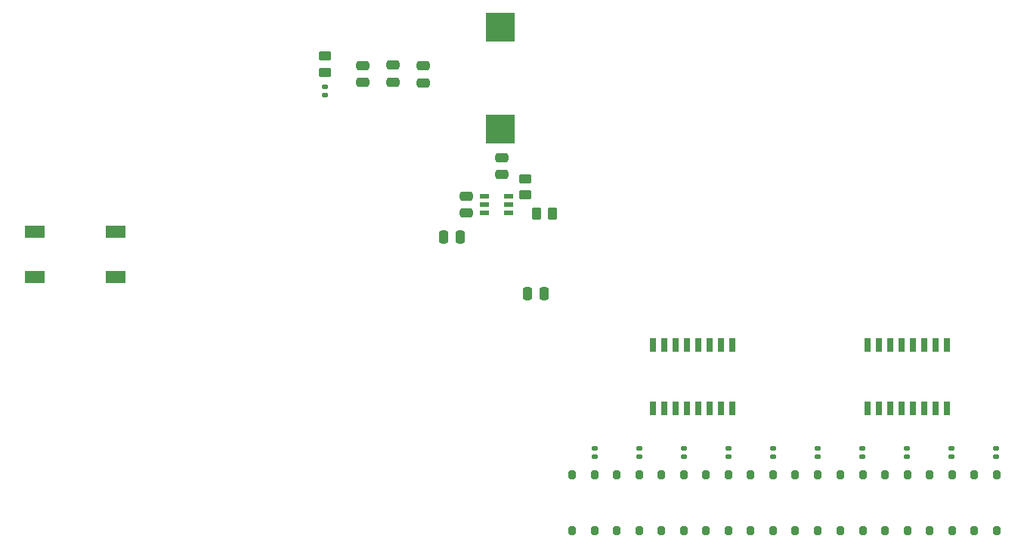
<source format=gbr>
%TF.GenerationSoftware,KiCad,Pcbnew,8.0.6-8.0.6-0~ubuntu24.04.1*%
%TF.CreationDate,2024-10-17T09:08:14-06:00*%
%TF.ProjectId,Sprinkler_Controller_V2,53707269-6e6b-46c6-9572-5f436f6e7472,rev?*%
%TF.SameCoordinates,Original*%
%TF.FileFunction,Paste,Top*%
%TF.FilePolarity,Positive*%
%FSLAX46Y46*%
G04 Gerber Fmt 4.6, Leading zero omitted, Abs format (unit mm)*
G04 Created by KiCad (PCBNEW 8.0.6-8.0.6-0~ubuntu24.04.1) date 2024-10-17 09:08:14*
%MOMM*%
%LPD*%
G01*
G04 APERTURE LIST*
G04 Aperture macros list*
%AMRoundRect*
0 Rectangle with rounded corners*
0 $1 Rounding radius*
0 $2 $3 $4 $5 $6 $7 $8 $9 X,Y pos of 4 corners*
0 Add a 4 corners polygon primitive as box body*
4,1,4,$2,$3,$4,$5,$6,$7,$8,$9,$2,$3,0*
0 Add four circle primitives for the rounded corners*
1,1,$1+$1,$2,$3*
1,1,$1+$1,$4,$5*
1,1,$1+$1,$6,$7*
1,1,$1+$1,$8,$9*
0 Add four rect primitives between the rounded corners*
20,1,$1+$1,$2,$3,$4,$5,0*
20,1,$1+$1,$4,$5,$6,$7,0*
20,1,$1+$1,$6,$7,$8,$9,0*
20,1,$1+$1,$8,$9,$2,$3,0*%
G04 Aperture macros list end*
%ADD10RoundRect,0.250000X0.475000X-0.250000X0.475000X0.250000X-0.475000X0.250000X-0.475000X-0.250000X0*%
%ADD11RoundRect,0.250000X0.250000X0.475000X-0.250000X0.475000X-0.250000X-0.475000X0.250000X-0.475000X0*%
%ADD12RoundRect,0.147500X0.172500X-0.147500X0.172500X0.147500X-0.172500X0.147500X-0.172500X-0.147500X0*%
%ADD13RoundRect,0.200000X-0.200000X0.300000X-0.200000X-0.300000X0.200000X-0.300000X0.200000X0.300000X0*%
%ADD14RoundRect,0.250000X-0.475000X0.250000X-0.475000X-0.250000X0.475000X-0.250000X0.475000X0.250000X0*%
%ADD15R,2.300000X1.350000*%
%ADD16R,0.700000X1.505000*%
%ADD17RoundRect,0.250000X-0.450000X0.262500X-0.450000X-0.262500X0.450000X-0.262500X0.450000X0.262500X0*%
%ADD18R,3.300000X3.175000*%
%ADD19R,1.003300X0.558800*%
%ADD20RoundRect,0.250000X0.262500X0.450000X-0.262500X0.450000X-0.262500X-0.450000X0.262500X-0.450000X0*%
G04 APERTURE END LIST*
D10*
%TO.C,C4*%
X147600000Y-103150000D03*
X147600000Y-101250000D03*
%TD*%
D11*
%TO.C,C3*%
X146950000Y-105800000D03*
X145050000Y-105800000D03*
%TD*%
D12*
%TO.C,D3*%
X162000000Y-130485000D03*
X162000000Y-129515000D03*
%TD*%
D13*
%TO.C,U2*%
X162040000Y-132500000D03*
X159500000Y-132500000D03*
X162040000Y-138750000D03*
X159500000Y-138750000D03*
%TD*%
D12*
%TO.C,D9*%
X192000000Y-130470000D03*
X192000000Y-129500000D03*
%TD*%
D13*
%TO.C,U11*%
X207040000Y-132500000D03*
X204500000Y-132500000D03*
X207040000Y-138750000D03*
X204500000Y-138750000D03*
%TD*%
D11*
%TO.C,C5*%
X156350000Y-112200000D03*
X154450000Y-112200000D03*
%TD*%
D14*
%TO.C,C9*%
X136000000Y-86600000D03*
X136000000Y-88500000D03*
%TD*%
D12*
%TO.C,D7*%
X182000000Y-130485000D03*
X182000000Y-129515000D03*
%TD*%
D15*
%TO.C,BR1*%
X108325000Y-110350000D03*
X108325000Y-105250000D03*
X99275000Y-105250000D03*
X99275000Y-110350000D03*
%TD*%
D14*
%TO.C,C8*%
X139400000Y-86550000D03*
X139400000Y-88450000D03*
%TD*%
D13*
%TO.C,U10*%
X202040000Y-132500000D03*
X199500000Y-132500000D03*
X202040000Y-138750000D03*
X199500000Y-138750000D03*
%TD*%
D12*
%TO.C,D4*%
X167000000Y-130470000D03*
X167000000Y-129500000D03*
%TD*%
%TO.C,D8*%
X187000000Y-130500000D03*
X187000000Y-129530000D03*
%TD*%
%TO.C,D6*%
X177000000Y-130470000D03*
X177000000Y-129500000D03*
%TD*%
%TO.C,D12*%
X207000000Y-130500000D03*
X207000000Y-129530000D03*
%TD*%
D16*
%TO.C,RN2*%
X201445000Y-117952000D03*
X200175000Y-117952000D03*
X198905000Y-117952000D03*
X197635000Y-117952000D03*
X196365000Y-117952000D03*
X195095000Y-117952000D03*
X193825000Y-117952000D03*
X192555000Y-117952000D03*
X192555000Y-125048000D03*
X193825000Y-125048000D03*
X195095000Y-125048000D03*
X196365000Y-125048000D03*
X197635000Y-125048000D03*
X198905000Y-125048000D03*
X200175000Y-125048000D03*
X201445000Y-125048000D03*
%TD*%
D12*
%TO.C,D11*%
X202000000Y-130500000D03*
X202000000Y-129530000D03*
%TD*%
D16*
%TO.C,RN1*%
X177445000Y-117952000D03*
X176175000Y-117952000D03*
X174905000Y-117952000D03*
X173635000Y-117952000D03*
X172365000Y-117952000D03*
X171095000Y-117952000D03*
X169825000Y-117952000D03*
X168555000Y-117952000D03*
X168555000Y-125048000D03*
X169825000Y-125048000D03*
X171095000Y-125048000D03*
X172365000Y-125048000D03*
X173635000Y-125048000D03*
X174905000Y-125048000D03*
X176175000Y-125048000D03*
X177445000Y-125048000D03*
%TD*%
D17*
%TO.C,R3*%
X131800000Y-85525000D03*
X131800000Y-87350000D03*
%TD*%
D12*
%TO.C,D10*%
X197000000Y-130500000D03*
X197000000Y-129530000D03*
%TD*%
D14*
%TO.C,C6*%
X151600000Y-96900000D03*
X151600000Y-98800000D03*
%TD*%
%TO.C,C7*%
X142800000Y-86650000D03*
X142800000Y-88550000D03*
%TD*%
D13*
%TO.C,U7*%
X187040000Y-132500000D03*
X184500000Y-132500000D03*
X187040000Y-138750000D03*
X184500000Y-138750000D03*
%TD*%
%TO.C,U4*%
X172040000Y-132500000D03*
X169500000Y-132500000D03*
X172040000Y-138750000D03*
X169500000Y-138750000D03*
%TD*%
D18*
%TO.C,L1*%
X151400000Y-93715000D03*
X151400000Y-82285000D03*
%TD*%
D13*
%TO.C,U9*%
X197040000Y-132500000D03*
X194500000Y-132500000D03*
X197040000Y-138750000D03*
X194500000Y-138750000D03*
%TD*%
%TO.C,U6*%
X182040000Y-132500000D03*
X179500000Y-132500000D03*
X182040000Y-138750000D03*
X179500000Y-138750000D03*
%TD*%
D12*
%TO.C,D2*%
X131800000Y-89950000D03*
X131800000Y-88980000D03*
%TD*%
D13*
%TO.C,U5*%
X177040000Y-132500000D03*
X174500000Y-132500000D03*
X177040000Y-138750000D03*
X174500000Y-138750000D03*
%TD*%
D19*
%TO.C,U12*%
X149647450Y-101249999D03*
X149647450Y-102200000D03*
X149647450Y-103150001D03*
X152352550Y-103150001D03*
X152352550Y-102200000D03*
X152352550Y-101249999D03*
%TD*%
D20*
%TO.C,R2*%
X157312500Y-103200000D03*
X155487500Y-103200000D03*
%TD*%
D13*
%TO.C,U8*%
X192040000Y-132500000D03*
X189500000Y-132500000D03*
X192040000Y-138750000D03*
X189500000Y-138750000D03*
%TD*%
D17*
%TO.C,R1*%
X154200000Y-99287500D03*
X154200000Y-101112500D03*
%TD*%
D12*
%TO.C,D5*%
X172000000Y-130470000D03*
X172000000Y-129500000D03*
%TD*%
D13*
%TO.C,U3*%
X167040000Y-132500000D03*
X164500000Y-132500000D03*
X167040000Y-138750000D03*
X164500000Y-138750000D03*
%TD*%
M02*

</source>
